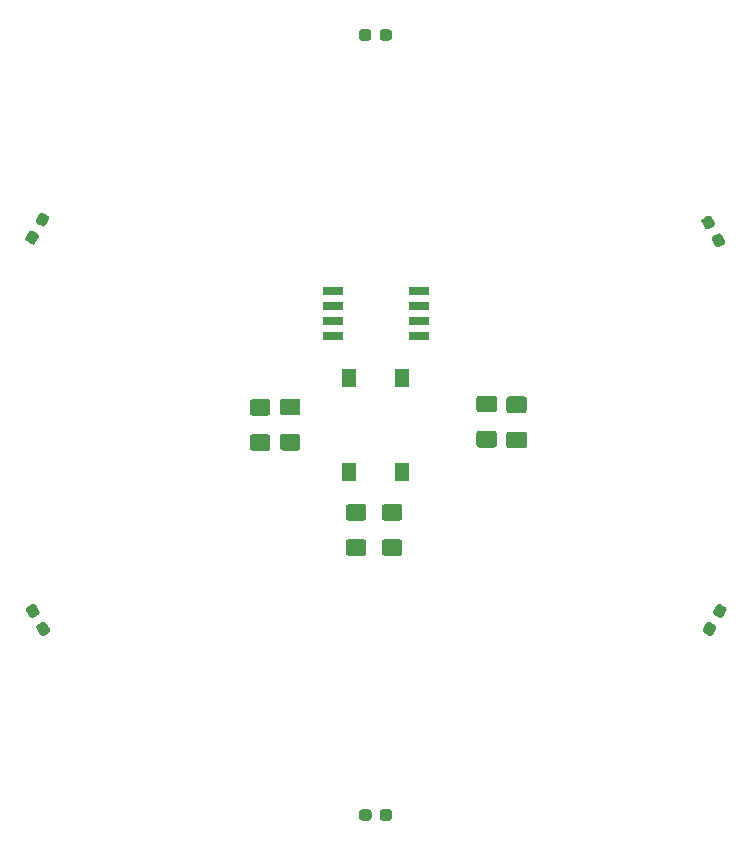
<source format=gbr>
%TF.GenerationSoftware,KiCad,Pcbnew,5.1.6-c6e7f7d~87~ubuntu19.10.1*%
%TF.CreationDate,2021-11-13T16:17:34-08:00*%
%TF.ProjectId,snowflake2021,736e6f77-666c-4616-9b65-323032312e6b,rev?*%
%TF.SameCoordinates,Original*%
%TF.FileFunction,Paste,Top*%
%TF.FilePolarity,Positive*%
%FSLAX46Y46*%
G04 Gerber Fmt 4.6, Leading zero omitted, Abs format (unit mm)*
G04 Created by KiCad (PCBNEW 5.1.6-c6e7f7d~87~ubuntu19.10.1) date 2021-11-13 16:17:34*
%MOMM*%
%LPD*%
G01*
G04 APERTURE LIST*
%ADD10R,1.300000X1.550000*%
%ADD11R,1.700000X0.650000*%
G04 APERTURE END LIST*
D10*
%TO.C,SW1*%
X147157000Y-65875000D03*
X142657000Y-65875000D03*
X142657000Y-73825000D03*
X147157000Y-73825000D03*
%TD*%
%TO.C,R4*%
G36*
G01*
X154930000Y-68784500D02*
X153680000Y-68784500D01*
G75*
G02*
X153430000Y-68534500I0J250000D01*
G01*
X153430000Y-67609500D01*
G75*
G02*
X153680000Y-67359500I250000J0D01*
G01*
X154930000Y-67359500D01*
G75*
G02*
X155180000Y-67609500I0J-250000D01*
G01*
X155180000Y-68534500D01*
G75*
G02*
X154930000Y-68784500I-250000J0D01*
G01*
G37*
G36*
G01*
X154930000Y-71759500D02*
X153680000Y-71759500D01*
G75*
G02*
X153430000Y-71509500I0J250000D01*
G01*
X153430000Y-70584500D01*
G75*
G02*
X153680000Y-70334500I250000J0D01*
G01*
X154930000Y-70334500D01*
G75*
G02*
X155180000Y-70584500I0J-250000D01*
G01*
X155180000Y-71509500D01*
G75*
G02*
X154930000Y-71759500I-250000J0D01*
G01*
G37*
%TD*%
%TO.C,R3*%
G36*
G01*
X142631000Y-79515000D02*
X143881000Y-79515000D01*
G75*
G02*
X144131000Y-79765000I0J-250000D01*
G01*
X144131000Y-80690000D01*
G75*
G02*
X143881000Y-80940000I-250000J0D01*
G01*
X142631000Y-80940000D01*
G75*
G02*
X142381000Y-80690000I0J250000D01*
G01*
X142381000Y-79765000D01*
G75*
G02*
X142631000Y-79515000I250000J0D01*
G01*
G37*
G36*
G01*
X142631000Y-76540000D02*
X143881000Y-76540000D01*
G75*
G02*
X144131000Y-76790000I0J-250000D01*
G01*
X144131000Y-77715000D01*
G75*
G02*
X143881000Y-77965000I-250000J0D01*
G01*
X142631000Y-77965000D01*
G75*
G02*
X142381000Y-77715000I0J250000D01*
G01*
X142381000Y-76790000D01*
G75*
G02*
X142631000Y-76540000I250000J0D01*
G01*
G37*
%TD*%
%TO.C,R2*%
G36*
G01*
X146929000Y-77965000D02*
X145679000Y-77965000D01*
G75*
G02*
X145429000Y-77715000I0J250000D01*
G01*
X145429000Y-76790000D01*
G75*
G02*
X145679000Y-76540000I250000J0D01*
G01*
X146929000Y-76540000D01*
G75*
G02*
X147179000Y-76790000I0J-250000D01*
G01*
X147179000Y-77715000D01*
G75*
G02*
X146929000Y-77965000I-250000J0D01*
G01*
G37*
G36*
G01*
X146929000Y-80940000D02*
X145679000Y-80940000D01*
G75*
G02*
X145429000Y-80690000I0J250000D01*
G01*
X145429000Y-79765000D01*
G75*
G02*
X145679000Y-79515000I250000J0D01*
G01*
X146929000Y-79515000D01*
G75*
G02*
X147179000Y-79765000I0J-250000D01*
G01*
X147179000Y-80690000D01*
G75*
G02*
X146929000Y-80940000I-250000J0D01*
G01*
G37*
%TD*%
%TO.C,R1*%
G36*
G01*
X157470000Y-68857500D02*
X156220000Y-68857500D01*
G75*
G02*
X155970000Y-68607500I0J250000D01*
G01*
X155970000Y-67682500D01*
G75*
G02*
X156220000Y-67432500I250000J0D01*
G01*
X157470000Y-67432500D01*
G75*
G02*
X157720000Y-67682500I0J-250000D01*
G01*
X157720000Y-68607500D01*
G75*
G02*
X157470000Y-68857500I-250000J0D01*
G01*
G37*
G36*
G01*
X157470000Y-71832500D02*
X156220000Y-71832500D01*
G75*
G02*
X155970000Y-71582500I0J250000D01*
G01*
X155970000Y-70657500D01*
G75*
G02*
X156220000Y-70407500I250000J0D01*
G01*
X157470000Y-70407500D01*
G75*
G02*
X157720000Y-70657500I0J-250000D01*
G01*
X157720000Y-71582500D01*
G75*
G02*
X157470000Y-71832500I-250000J0D01*
G01*
G37*
%TD*%
%TO.C,D6*%
G36*
G01*
X116642181Y-53032869D02*
X116230819Y-52795369D01*
G75*
G02*
X116143888Y-52470938I118750J205681D01*
G01*
X116431388Y-51972974D01*
G75*
G02*
X116755819Y-51886043I205681J-118750D01*
G01*
X117167181Y-52123543D01*
G75*
G02*
X117254112Y-52447974I-118750J-205681D01*
G01*
X116966612Y-52945938D01*
G75*
G02*
X116642181Y-53032869I-205681J118750D01*
G01*
G37*
G36*
G01*
X115767181Y-54548413D02*
X115355819Y-54310913D01*
G75*
G02*
X115268888Y-53986482I118750J205681D01*
G01*
X115556388Y-53488518D01*
G75*
G02*
X115880819Y-53401587I205681J-118750D01*
G01*
X116292181Y-53639087D01*
G75*
G02*
X116379112Y-53963518I-118750J-205681D01*
G01*
X116091612Y-54461482D01*
G75*
G02*
X115767181Y-54548413I-205681J118750D01*
G01*
G37*
%TD*%
%TO.C,D5*%
G36*
G01*
X116348681Y-85938141D02*
X115937319Y-86175641D01*
G75*
G02*
X115612888Y-86088710I-118750J205681D01*
G01*
X115325388Y-85590746D01*
G75*
G02*
X115412319Y-85266315I205681J118750D01*
G01*
X115823681Y-85028815D01*
G75*
G02*
X116148112Y-85115746I118750J-205681D01*
G01*
X116435612Y-85613710D01*
G75*
G02*
X116348681Y-85938141I-205681J-118750D01*
G01*
G37*
G36*
G01*
X117223681Y-87453685D02*
X116812319Y-87691185D01*
G75*
G02*
X116487888Y-87604254I-118750J205681D01*
G01*
X116200388Y-87106290D01*
G75*
G02*
X116287319Y-86781859I205681J118750D01*
G01*
X116698681Y-86544359D01*
G75*
G02*
X117023112Y-86631290I118750J-205681D01*
G01*
X117310612Y-87129254D01*
G75*
G02*
X117223681Y-87453685I-205681J-118750D01*
G01*
G37*
%TD*%
%TO.C,D4*%
G36*
G01*
X144557000Y-102632500D02*
X144557000Y-103107500D01*
G75*
G02*
X144319500Y-103345000I-237500J0D01*
G01*
X143744500Y-103345000D01*
G75*
G02*
X143507000Y-103107500I0J237500D01*
G01*
X143507000Y-102632500D01*
G75*
G02*
X143744500Y-102395000I237500J0D01*
G01*
X144319500Y-102395000D01*
G75*
G02*
X144557000Y-102632500I0J-237500D01*
G01*
G37*
G36*
G01*
X146307000Y-102632500D02*
X146307000Y-103107500D01*
G75*
G02*
X146069500Y-103345000I-237500J0D01*
G01*
X145494500Y-103345000D01*
G75*
G02*
X145257000Y-103107500I0J237500D01*
G01*
X145257000Y-102632500D01*
G75*
G02*
X145494500Y-102395000I237500J0D01*
G01*
X146069500Y-102395000D01*
G75*
G02*
X146307000Y-102632500I0J-237500D01*
G01*
G37*
%TD*%
%TO.C,D3*%
G36*
G01*
X173228319Y-86544359D02*
X173639681Y-86781859D01*
G75*
G02*
X173726612Y-87106290I-118750J-205681D01*
G01*
X173439112Y-87604254D01*
G75*
G02*
X173114681Y-87691185I-205681J118750D01*
G01*
X172703319Y-87453685D01*
G75*
G02*
X172616388Y-87129254I118750J205681D01*
G01*
X172903888Y-86631290D01*
G75*
G02*
X173228319Y-86544359I205681J-118750D01*
G01*
G37*
G36*
G01*
X174103319Y-85028815D02*
X174514681Y-85266315D01*
G75*
G02*
X174601612Y-85590746I-118750J-205681D01*
G01*
X174314112Y-86088710D01*
G75*
G02*
X173989681Y-86175641I-205681J118750D01*
G01*
X173578319Y-85938141D01*
G75*
G02*
X173491388Y-85613710I118750J205681D01*
G01*
X173778888Y-85115746D01*
G75*
G02*
X174103319Y-85028815I205681J-118750D01*
G01*
G37*
%TD*%
%TO.C,D2*%
G36*
G01*
X173465319Y-53888859D02*
X173876681Y-53651359D01*
G75*
G02*
X174201112Y-53738290I118750J-205681D01*
G01*
X174488612Y-54236254D01*
G75*
G02*
X174401681Y-54560685I-205681J-118750D01*
G01*
X173990319Y-54798185D01*
G75*
G02*
X173665888Y-54711254I-118750J205681D01*
G01*
X173378388Y-54213290D01*
G75*
G02*
X173465319Y-53888859I205681J118750D01*
G01*
G37*
G36*
G01*
X172590319Y-52373315D02*
X173001681Y-52135815D01*
G75*
G02*
X173326112Y-52222746I118750J-205681D01*
G01*
X173613612Y-52720710D01*
G75*
G02*
X173526681Y-53045141I-205681J-118750D01*
G01*
X173115319Y-53282641D01*
G75*
G02*
X172790888Y-53195710I-118750J205681D01*
G01*
X172503388Y-52697746D01*
G75*
G02*
X172590319Y-52373315I205681J118750D01*
G01*
G37*
%TD*%
%TO.C,D1*%
G36*
G01*
X145243000Y-37067500D02*
X145243000Y-36592500D01*
G75*
G02*
X145480500Y-36355000I237500J0D01*
G01*
X146055500Y-36355000D01*
G75*
G02*
X146293000Y-36592500I0J-237500D01*
G01*
X146293000Y-37067500D01*
G75*
G02*
X146055500Y-37305000I-237500J0D01*
G01*
X145480500Y-37305000D01*
G75*
G02*
X145243000Y-37067500I0J237500D01*
G01*
G37*
G36*
G01*
X143493000Y-37067500D02*
X143493000Y-36592500D01*
G75*
G02*
X143730500Y-36355000I237500J0D01*
G01*
X144305500Y-36355000D01*
G75*
G02*
X144543000Y-36592500I0J-237500D01*
G01*
X144543000Y-37067500D01*
G75*
G02*
X144305500Y-37305000I-237500J0D01*
G01*
X143730500Y-37305000D01*
G75*
G02*
X143493000Y-37067500I0J237500D01*
G01*
G37*
%TD*%
%TO.C,C1*%
G36*
G01*
X135753000Y-69075000D02*
X134503000Y-69075000D01*
G75*
G02*
X134253000Y-68825000I0J250000D01*
G01*
X134253000Y-67900000D01*
G75*
G02*
X134503000Y-67650000I250000J0D01*
G01*
X135753000Y-67650000D01*
G75*
G02*
X136003000Y-67900000I0J-250000D01*
G01*
X136003000Y-68825000D01*
G75*
G02*
X135753000Y-69075000I-250000J0D01*
G01*
G37*
G36*
G01*
X135753000Y-72050000D02*
X134503000Y-72050000D01*
G75*
G02*
X134253000Y-71800000I0J250000D01*
G01*
X134253000Y-70875000D01*
G75*
G02*
X134503000Y-70625000I250000J0D01*
G01*
X135753000Y-70625000D01*
G75*
G02*
X136003000Y-70875000I0J-250000D01*
G01*
X136003000Y-71800000D01*
G75*
G02*
X135753000Y-72050000I-250000J0D01*
G01*
G37*
%TD*%
D11*
%TO.C,U1*%
X141257000Y-58547000D03*
X141257000Y-59817000D03*
X141257000Y-61087000D03*
X141257000Y-62357000D03*
X148557000Y-62357000D03*
X148557000Y-61087000D03*
X148557000Y-59817000D03*
X148557000Y-58547000D03*
%TD*%
%TO.C,R5*%
G36*
G01*
X138293000Y-69038500D02*
X137043000Y-69038500D01*
G75*
G02*
X136793000Y-68788500I0J250000D01*
G01*
X136793000Y-67863500D01*
G75*
G02*
X137043000Y-67613500I250000J0D01*
G01*
X138293000Y-67613500D01*
G75*
G02*
X138543000Y-67863500I0J-250000D01*
G01*
X138543000Y-68788500D01*
G75*
G02*
X138293000Y-69038500I-250000J0D01*
G01*
G37*
G36*
G01*
X138293000Y-72013500D02*
X137043000Y-72013500D01*
G75*
G02*
X136793000Y-71763500I0J250000D01*
G01*
X136793000Y-70838500D01*
G75*
G02*
X137043000Y-70588500I250000J0D01*
G01*
X138293000Y-70588500D01*
G75*
G02*
X138543000Y-70838500I0J-250000D01*
G01*
X138543000Y-71763500D01*
G75*
G02*
X138293000Y-72013500I-250000J0D01*
G01*
G37*
%TD*%
M02*

</source>
